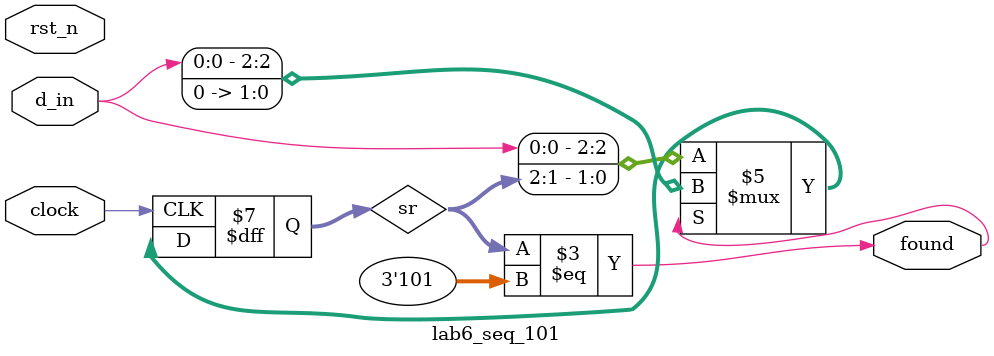
<source format=v>
module lab6_seq_101 (
  input clock, rst_n,
  input d_in,
  output found
);

  reg [2:0] sr;

  always @( posedge clock ) begin
    if( !rst_n )
      sr <= 0;

    if( found ) 
      sr <= {d_in, 2'b00};
    else
      sr <= {d_in, sr[2:1]};
  end
      
  assign found = ( sr == 3'b101 );
        
endmodule

</source>
